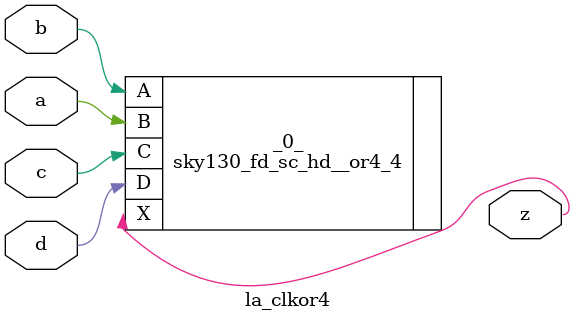
<source format=v>

/* Generated by Yosys 0.44 (git sha1 80ba43d26, g++ 11.4.0-1ubuntu1~22.04 -fPIC -O3) */

(* top =  1  *)
(* src = "generated" *)
(* keep_hierarchy *)
module la_clkor4 (
    a,
    b,
    c,
    d,
    z
);
  (* src = "generated" *)
  input a;
  wire a;
  (* src = "generated" *)
  input b;
  wire b;
  (* src = "generated" *)
  input c;
  wire c;
  (* src = "generated" *)
  input d;
  wire d;
  (* src = "generated" *)
  output z;
  wire z;
  sky130_fd_sc_hd__or4_4 _0_ (
      .A(b),
      .B(a),
      .C(c),
      .D(d),
      .X(z)
  );
endmodule

</source>
